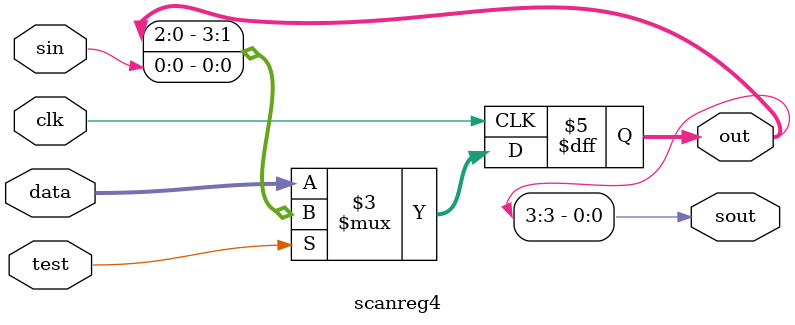
<source format=v>
module scanreg4(
    input clk,
    input test, sin,
    input [3:0] data,
    output sout,
    output reg [3:0] out
);

assign sout = out[3];

always @(posedge clk) begin
    if(test) out <= {out[2:0], sin};
    else out <= data;
end

endmodule
</source>
